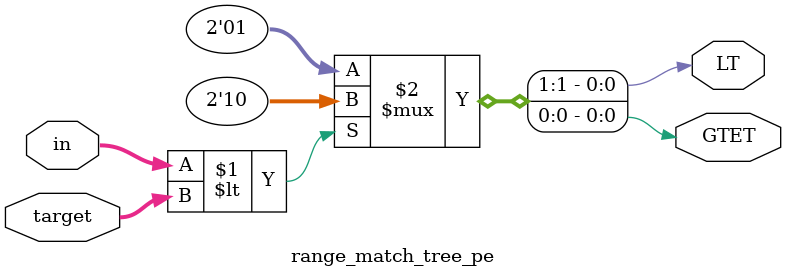
<source format=v>
/*
 * @Author: Yihao Wang
 * @Date: 2020-04-10 18:22:11
 * @LastEditTime: 2020-04-10 21:08:53
 * @LastEditors: Please set LastEditors
 * @Description: a. processing unit of range match tree : min-max finder
 *               b. combinational logic
 *               c. compare input with benchmark and give the comparing results
 * @FilePath: /EE599_FPGA_package_classification/source/range_match_tree_pe.v
 */
 module range_match_tree_pe #(
     parameter data_width = 8
 )
 (
     input [0:data_width - 1] in, 
     input [0:data_width - 1] target, // comparing target with in
     output LT, GTET // comparing results:
                     //     LT: in is less than target
                     //     GTET: in is greater than or equal to target
 );
 
    assign {LT, GTET} = (in < target) ? 2'b10 : 2'b01;

 endmodule 

</source>
